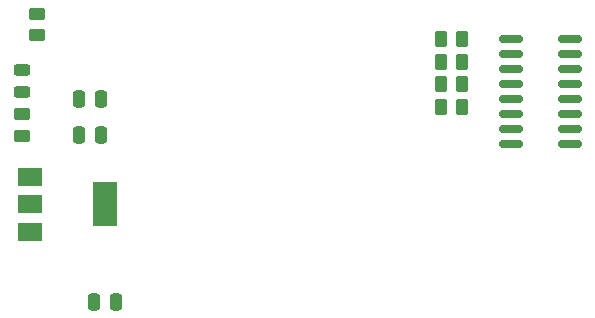
<source format=gbr>
%TF.GenerationSoftware,KiCad,Pcbnew,8.0.0-rc1-67-g7b24167398*%
%TF.CreationDate,2024-01-29T15:53:43-08:00*%
%TF.ProjectId,test,74657374-2e6b-4696-9361-645f70636258,rev?*%
%TF.SameCoordinates,Original*%
%TF.FileFunction,Paste,Top*%
%TF.FilePolarity,Positive*%
%FSLAX46Y46*%
G04 Gerber Fmt 4.6, Leading zero omitted, Abs format (unit mm)*
G04 Created by KiCad (PCBNEW 8.0.0-rc1-67-g7b24167398) date 2024-01-29 15:53:43*
%MOMM*%
%LPD*%
G01*
G04 APERTURE LIST*
G04 Aperture macros list*
%AMRoundRect*
0 Rectangle with rounded corners*
0 $1 Rounding radius*
0 $2 $3 $4 $5 $6 $7 $8 $9 X,Y pos of 4 corners*
0 Add a 4 corners polygon primitive as box body*
4,1,4,$2,$3,$4,$5,$6,$7,$8,$9,$2,$3,0*
0 Add four circle primitives for the rounded corners*
1,1,$1+$1,$2,$3*
1,1,$1+$1,$4,$5*
1,1,$1+$1,$6,$7*
1,1,$1+$1,$8,$9*
0 Add four rect primitives between the rounded corners*
20,1,$1+$1,$2,$3,$4,$5,0*
20,1,$1+$1,$4,$5,$6,$7,0*
20,1,$1+$1,$6,$7,$8,$9,0*
20,1,$1+$1,$8,$9,$2,$3,0*%
G04 Aperture macros list end*
%ADD10RoundRect,0.243750X-0.456250X0.243750X-0.456250X-0.243750X0.456250X-0.243750X0.456250X0.243750X0*%
%ADD11RoundRect,0.250000X0.450000X-0.262500X0.450000X0.262500X-0.450000X0.262500X-0.450000X-0.262500X0*%
%ADD12RoundRect,0.250000X-0.262500X-0.450000X0.262500X-0.450000X0.262500X0.450000X-0.262500X0.450000X0*%
%ADD13RoundRect,0.250000X0.250000X0.475000X-0.250000X0.475000X-0.250000X-0.475000X0.250000X-0.475000X0*%
%ADD14RoundRect,0.150000X-0.825000X-0.150000X0.825000X-0.150000X0.825000X0.150000X-0.825000X0.150000X0*%
%ADD15R,2.000000X1.500000*%
%ADD16R,2.000000X3.800000*%
%ADD17RoundRect,0.250000X-0.250000X-0.475000X0.250000X-0.475000X0.250000X0.475000X-0.250000X0.475000X0*%
G04 APERTURE END LIST*
D10*
%TO.C,D1*%
X100965000Y-56530000D03*
X100965000Y-58405000D03*
%TD*%
D11*
%TO.C,R6*%
X102235000Y-53617500D03*
X102235000Y-51792500D03*
%TD*%
D12*
%TO.C,R4*%
X136377500Y-53975000D03*
X138202500Y-53975000D03*
%TD*%
D11*
%TO.C,R5*%
X100965000Y-62150000D03*
X100965000Y-60325000D03*
%TD*%
D13*
%TO.C,C2*%
X107630000Y-62065000D03*
X105730000Y-62065000D03*
%TD*%
D14*
%TO.C,U2*%
X142370000Y-53975000D03*
X142370000Y-55245000D03*
X142370000Y-56515000D03*
X142370000Y-57785000D03*
X142370000Y-59055000D03*
X142370000Y-60325000D03*
X142370000Y-61595000D03*
X142370000Y-62865000D03*
X147320000Y-62865000D03*
X147320000Y-61595000D03*
X147320000Y-60325000D03*
X147320000Y-59055000D03*
X147320000Y-57785000D03*
X147320000Y-56515000D03*
X147320000Y-55245000D03*
X147320000Y-53975000D03*
%TD*%
D12*
%TO.C,R1*%
X136377500Y-59690000D03*
X138202500Y-59690000D03*
%TD*%
%TO.C,R2*%
X136377500Y-57785000D03*
X138202500Y-57785000D03*
%TD*%
D15*
%TO.C,U1*%
X101625000Y-65645000D03*
X101625000Y-67945000D03*
D16*
X107925000Y-67945000D03*
D15*
X101625000Y-70245000D03*
%TD*%
D17*
%TO.C,C1*%
X107000000Y-76200000D03*
X108900000Y-76200000D03*
%TD*%
D12*
%TO.C,R3*%
X136377500Y-55880000D03*
X138202500Y-55880000D03*
%TD*%
D13*
%TO.C,C3*%
X107630000Y-59055000D03*
X105730000Y-59055000D03*
%TD*%
M02*

</source>
